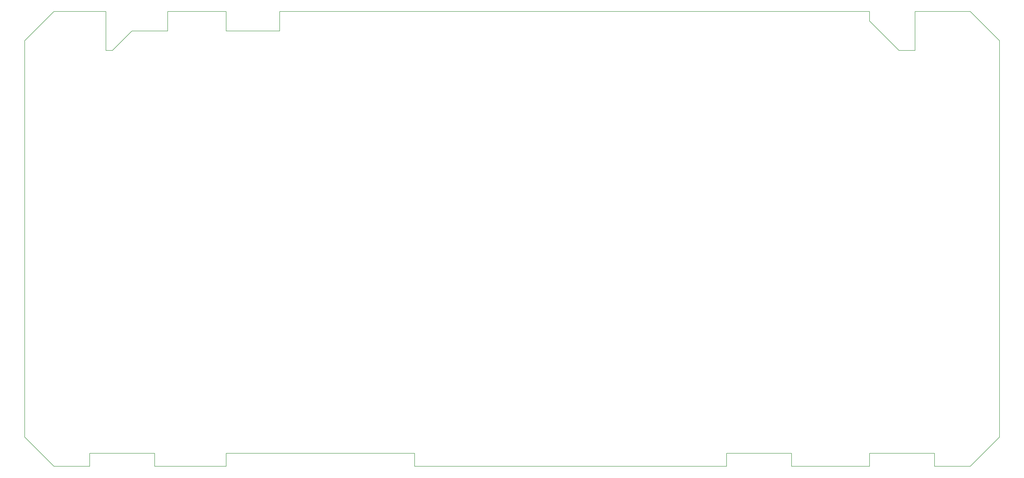
<source format=gm1>
%FSLAX23Y23*%
%MOIN*%
G70*
G01*
G75*
G04 Layer_Color=16711935*
%ADD10R,0.012X0.063*%
%ADD11R,0.050X0.055*%
%ADD12R,0.063X0.012*%
%ADD13R,0.055X0.050*%
%ADD14R,0.012X0.024*%
%ADD15R,0.024X0.012*%
%ADD16R,0.132X0.132*%
%ADD17R,0.024X0.081*%
%ADD18R,0.024X0.087*%
%ADD19R,0.075X0.051*%
%ADD20R,0.089X0.024*%
%ADD21R,0.055X0.065*%
%ADD22R,0.065X0.055*%
%ADD23R,0.035X0.037*%
%ADD24R,0.035X0.037*%
%ADD25R,0.100X0.100*%
%ADD26R,0.050X0.110*%
%ADD27R,0.110X0.115*%
%ADD28R,0.080X0.160*%
%ADD29R,0.450X0.450*%
%ADD30R,0.036X0.085*%
%ADD31R,0.425X0.410*%
%ADD32R,0.016X0.085*%
%ADD33R,0.016X0.085*%
%ADD34R,0.200X0.100*%
%ADD35R,0.063X0.031*%
%ADD36R,0.039X0.063*%
%ADD37R,0.160X0.080*%
%ADD38R,0.450X0.450*%
%ADD39R,0.217X0.280*%
%ADD40R,0.081X0.024*%
%ADD41R,0.012X0.063*%
%ADD42C,0.050*%
%ADD43R,0.102X0.094*%
%ADD44R,0.079X0.126*%
%ADD45R,0.079X0.126*%
%ADD46C,0.010*%
%ADD47C,0.020*%
%ADD48C,0.050*%
%ADD49C,0.030*%
%ADD50C,0.100*%
%ADD51C,0.150*%
%ADD52C,0.035*%
%ADD53C,0.040*%
%ADD54C,0.005*%
%ADD55C,0.100*%
%ADD56R,0.100X0.100*%
%ADD57C,0.125*%
%ADD58O,0.125X0.160*%
%ADD59R,0.125X0.160*%
%ADD60C,0.065*%
%ADD61R,0.065X0.065*%
%ADD62C,0.079*%
%ADD63R,0.160X0.125*%
%ADD64O,0.160X0.125*%
%ADD65C,0.070*%
%ADD66R,0.070X0.070*%
%ADD67C,0.060*%
%ADD68C,0.150*%
%ADD69R,0.070X0.070*%
%ADD70C,0.150*%
%ADD71C,0.140*%
%ADD72C,0.024*%
%ADD73C,0.008*%
%ADD74C,0.102*%
%ADD75C,0.165*%
%ADD76C,0.120*%
%ADD77C,0.080*%
%ADD78C,0.087*%
%ADD79C,0.196*%
%ADD80C,0.590*%
%ADD81C,0.072*%
%ADD82C,0.131*%
%ADD83C,0.085*%
%ADD84C,0.130*%
%ADD85C,0.052*%
%ADD86C,0.068*%
%ADD87C,0.160*%
%ADD88C,0.080*%
%ADD89C,0.010*%
%ADD90C,0.008*%
%ADD91C,0.005*%
%ADD92C,0.031*%
%ADD93C,0.008*%
%ADD94C,0.001*%
%ADD95C,0.002*%
%ADD96C,0.015*%
%ADD97R,0.020X0.071*%
%ADD98R,0.058X0.063*%
%ADD99R,0.071X0.020*%
%ADD100R,0.063X0.058*%
%ADD101R,0.016X0.028*%
%ADD102R,0.028X0.016*%
%ADD103R,0.140X0.140*%
%ADD104R,0.032X0.089*%
%ADD105R,0.032X0.095*%
%ADD106R,0.083X0.059*%
%ADD107R,0.097X0.032*%
%ADD108R,0.063X0.073*%
%ADD109R,0.073X0.063*%
%ADD110R,0.043X0.045*%
%ADD111R,0.043X0.045*%
%ADD112R,0.108X0.108*%
%ADD113R,0.058X0.118*%
%ADD114R,0.118X0.123*%
%ADD115R,0.088X0.168*%
%ADD116R,0.458X0.458*%
%ADD117R,0.044X0.093*%
%ADD118R,0.433X0.418*%
%ADD119R,0.024X0.093*%
%ADD120R,0.024X0.093*%
%ADD121R,0.208X0.108*%
%ADD122R,0.071X0.039*%
%ADD123R,0.047X0.071*%
%ADD124R,0.168X0.088*%
%ADD125R,0.458X0.458*%
%ADD126R,0.225X0.288*%
%ADD127R,0.089X0.032*%
%ADD128R,0.020X0.071*%
%ADD129C,0.090*%
%ADD130C,0.058*%
%ADD131R,0.110X0.102*%
%ADD132R,0.087X0.134*%
%ADD133R,0.087X0.134*%
%ADD134C,0.108*%
%ADD135R,0.108X0.108*%
%ADD136C,0.133*%
%ADD137O,0.133X0.168*%
%ADD138R,0.133X0.168*%
%ADD139C,0.073*%
%ADD140R,0.073X0.073*%
%ADD141C,0.087*%
%ADD142R,0.168X0.133*%
%ADD143O,0.168X0.133*%
%ADD144C,0.008*%
%ADD145C,0.078*%
%ADD146R,0.078X0.078*%
%ADD147C,0.158*%
%ADD148R,0.078X0.078*%
%ADD149C,0.158*%
%ADD150C,0.148*%
%ADD151C,0.032*%
%ADD152C,0.002*%
D73*
X0Y450D02*
X450Y0D01*
X0Y6550D02*
X450Y7000D01*
X14550D02*
X15000Y6550D01*
X14550Y0D02*
X15000Y450D01*
X0D02*
Y6550D01*
X15000Y450D02*
Y6550D01*
X1000Y0D02*
Y200D01*
X2000D01*
Y0D02*
Y200D01*
X1250Y6400D02*
Y7000D01*
Y6400D02*
X1350D01*
X1650Y6700D01*
X2200D01*
Y7000D01*
X3100Y6700D02*
Y7000D01*
Y6700D02*
X3925D01*
Y7000D01*
X3100Y0D02*
Y200D01*
X6000Y0D02*
Y200D01*
X10800Y0D02*
Y200D01*
X11800D01*
Y0D02*
Y200D01*
X13000Y0D02*
Y200D01*
X14000D01*
Y0D02*
Y200D01*
X450Y7000D02*
X1250D01*
X2200D02*
X3100D01*
X6000Y0D02*
X10800D01*
X11800D02*
X13000D01*
X14000D02*
X14550D01*
X2000D02*
X3100D01*
X450D02*
X1000D01*
X3100Y200D02*
X6000D01*
X13700Y6400D02*
Y7000D01*
X13455Y6400D02*
X13700D01*
X13000Y6855D02*
X13455Y6400D01*
X13000Y6855D02*
Y7000D01*
X13700D02*
X14550D01*
X3925D02*
X13000D01*
M02*

</source>
